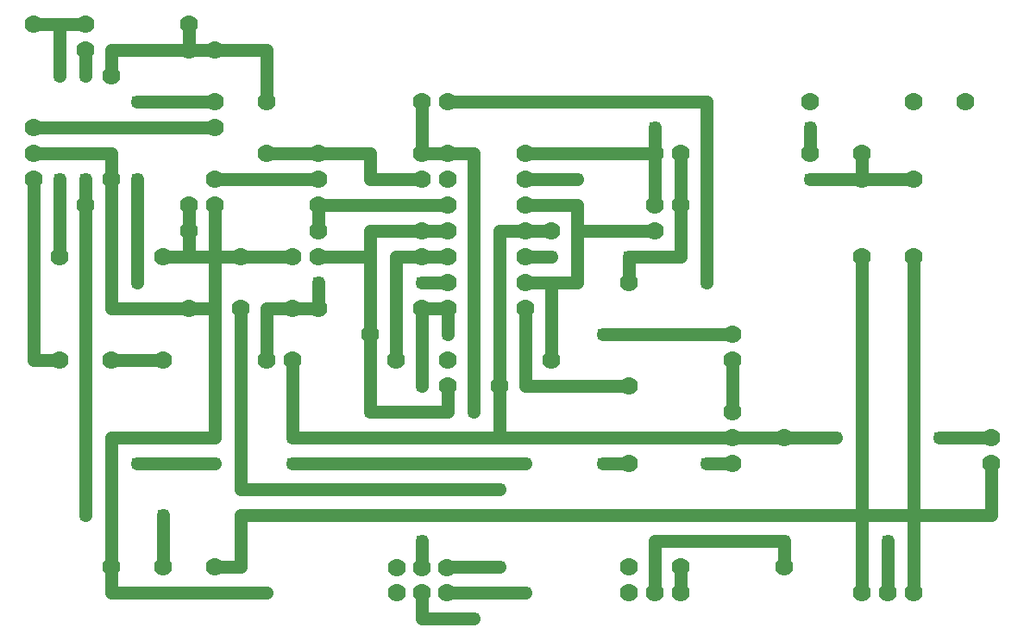
<source format=gbl>
G75*
%MOIN*%
%OFA0B0*%
%FSLAX25Y25*%
%IPPOS*%
%LPD*%
%AMOC8*
5,1,8,0,0,1.08239X$1,22.5*
%
%ADD10C,0.07000*%
%ADD11C,0.05000*%
%ADD12R,0.03962X0.03962*%
D10*
X0102595Y0088933D03*
X0122595Y0088933D03*
X0142595Y0088933D03*
X0212910Y0088618D03*
X0222595Y0088618D03*
X0222595Y0078933D03*
X0212910Y0078933D03*
X0232280Y0078933D03*
X0232280Y0088618D03*
X0302595Y0088933D03*
X0302595Y0078933D03*
X0312595Y0078933D03*
X0322595Y0078933D03*
X0322595Y0088933D03*
X0362595Y0088933D03*
X0392595Y0078933D03*
X0402595Y0078933D03*
X0412595Y0078933D03*
X0442595Y0128933D03*
X0442595Y0138933D03*
X0362595Y0138933D03*
X0342595Y0138933D03*
X0342595Y0128933D03*
X0342595Y0148933D03*
X0342595Y0168933D03*
X0342595Y0178933D03*
X0302595Y0158933D03*
X0272595Y0168933D03*
X0252595Y0158933D03*
X0232595Y0158933D03*
X0232595Y0168933D03*
X0212595Y0168933D03*
X0202595Y0178933D03*
X0182595Y0188933D03*
X0172595Y0188933D03*
X0152595Y0188933D03*
X0132595Y0188933D03*
X0122595Y0208933D03*
X0132595Y0218933D03*
X0132595Y0228933D03*
X0142595Y0228933D03*
X0142595Y0238933D03*
X0162595Y0248933D03*
X0182595Y0248933D03*
X0182595Y0238933D03*
X0182595Y0228933D03*
X0182595Y0218933D03*
X0182595Y0208933D03*
X0172595Y0208933D03*
X0152595Y0208933D03*
X0102595Y0238933D03*
X0092595Y0228933D03*
X0072595Y0238933D03*
X0072595Y0248933D03*
X0072595Y0258933D03*
X0102595Y0278933D03*
X0092595Y0288933D03*
X0092595Y0298933D03*
X0072595Y0298933D03*
X0132595Y0298933D03*
X0132595Y0288933D03*
X0142595Y0288933D03*
X0142595Y0268933D03*
X0142595Y0258933D03*
X0162595Y0268933D03*
X0222595Y0268933D03*
X0232595Y0268933D03*
X0232595Y0248933D03*
X0222595Y0248933D03*
X0222595Y0238933D03*
X0232595Y0238933D03*
X0232595Y0228933D03*
X0232595Y0218933D03*
X0222595Y0218933D03*
X0222595Y0208933D03*
X0232595Y0208933D03*
X0232595Y0198933D03*
X0232595Y0188933D03*
X0222595Y0188933D03*
X0262595Y0188933D03*
X0262595Y0198933D03*
X0262595Y0208933D03*
X0262595Y0218933D03*
X0272595Y0218933D03*
X0262595Y0228933D03*
X0262595Y0238933D03*
X0262595Y0248933D03*
X0312595Y0248933D03*
X0322595Y0248933D03*
X0322595Y0228933D03*
X0312595Y0228933D03*
X0312595Y0218933D03*
X0302595Y0198933D03*
X0372595Y0248933D03*
X0392595Y0248933D03*
X0392595Y0238933D03*
X0412595Y0238933D03*
X0412595Y0208933D03*
X0392595Y0208933D03*
X0372595Y0268933D03*
X0412595Y0268933D03*
X0432595Y0268933D03*
X0302595Y0128933D03*
X0172595Y0168933D03*
X0162595Y0168933D03*
X0122595Y0168933D03*
X0102595Y0168933D03*
X0082595Y0168933D03*
X0082595Y0208933D03*
D11*
X0102595Y0088933D02*
X0102595Y0078933D01*
X0162595Y0078933D01*
X0152595Y0088933D02*
X0152595Y0108933D01*
X0202595Y0108933D01*
X0442595Y0108933D01*
X0442595Y0128933D01*
X0442595Y0138933D02*
X0422595Y0138933D01*
X0382595Y0138933D02*
X0362595Y0138933D01*
X0342595Y0138933D01*
X0252595Y0138933D01*
X0172595Y0138933D01*
X0172595Y0168933D01*
X0162595Y0168933D02*
X0162595Y0188933D01*
X0182595Y0188933D01*
X0172595Y0188933D01*
X0182595Y0188933D02*
X0182595Y0198933D01*
X0182595Y0208933D02*
X0202595Y0208933D01*
X0202595Y0178933D01*
X0202595Y0148933D01*
X0232595Y0148933D01*
X0232595Y0158933D01*
X0222595Y0158933D02*
X0222595Y0188933D01*
X0232595Y0188933D01*
X0232595Y0178933D01*
X0212595Y0168933D02*
X0212595Y0208933D01*
X0222595Y0208933D01*
X0232595Y0208933D01*
X0232595Y0198933D02*
X0222595Y0198933D01*
X0202595Y0208933D02*
X0202595Y0218933D01*
X0222595Y0218933D01*
X0232595Y0218933D01*
X0232595Y0228933D02*
X0182595Y0228933D01*
X0182595Y0218933D01*
X0172595Y0208933D02*
X0152595Y0208933D01*
X0132595Y0208933D01*
X0132595Y0218933D01*
X0132595Y0228933D01*
X0142595Y0228933D02*
X0142595Y0188933D01*
X0142595Y0138933D01*
X0102595Y0138933D01*
X0102595Y0088933D01*
X0122595Y0088933D02*
X0122595Y0108933D01*
X0112595Y0128933D02*
X0142595Y0128933D01*
X0152595Y0118933D02*
X0252595Y0118933D01*
X0262595Y0128933D02*
X0172595Y0128933D01*
X0152595Y0118933D02*
X0152595Y0188933D01*
X0142595Y0188933D02*
X0132595Y0188933D01*
X0102595Y0188933D01*
X0102595Y0238933D01*
X0102595Y0248933D01*
X0072595Y0248933D01*
X0072595Y0238933D02*
X0072595Y0168933D01*
X0082595Y0168933D01*
X0102595Y0168933D02*
X0122595Y0168933D01*
X0112595Y0198933D02*
X0112595Y0238933D01*
X0092595Y0238933D02*
X0092595Y0228933D01*
X0092595Y0108933D01*
X0142595Y0088933D02*
X0152595Y0088933D01*
X0222595Y0088933D02*
X0222595Y0098933D01*
X0232595Y0088933D02*
X0232595Y0088933D01*
X0252595Y0088933D01*
X0262595Y0078933D02*
X0232595Y0078933D01*
X0222595Y0078933D02*
X0222595Y0068933D01*
X0242595Y0068933D01*
X0312595Y0078933D02*
X0312595Y0098933D01*
X0362595Y0098933D01*
X0362595Y0088933D01*
X0392595Y0078933D02*
X0392595Y0208933D01*
X0412595Y0208933D02*
X0412595Y0078933D01*
X0402595Y0078933D02*
X0402595Y0098933D01*
X0342595Y0128933D02*
X0332595Y0128933D01*
X0342595Y0148933D02*
X0342595Y0168933D01*
X0342595Y0178933D02*
X0292595Y0178933D01*
X0272595Y0168933D02*
X0272595Y0198933D01*
X0282595Y0198933D01*
X0282595Y0218933D01*
X0312595Y0218933D01*
X0312595Y0228933D02*
X0312595Y0248933D01*
X0312595Y0258933D01*
X0312595Y0248933D02*
X0262595Y0248933D01*
X0262595Y0238933D02*
X0282595Y0238933D01*
X0282595Y0228933D02*
X0282595Y0218933D01*
X0272595Y0218933D02*
X0262595Y0218933D01*
X0252595Y0218933D01*
X0252595Y0138933D01*
X0242595Y0148933D02*
X0242595Y0248933D01*
X0222595Y0248933D01*
X0222595Y0268933D01*
X0232595Y0268933D02*
X0332595Y0268933D01*
X0332595Y0198933D01*
X0322595Y0208933D02*
X0302595Y0208933D01*
X0302595Y0198933D01*
X0322595Y0208933D02*
X0322595Y0228933D01*
X0322595Y0248933D01*
X0282595Y0228933D02*
X0262595Y0228933D01*
X0262595Y0208933D02*
X0272595Y0208933D01*
X0272595Y0198933D02*
X0262595Y0198933D01*
X0262595Y0188933D02*
X0262595Y0158933D01*
X0292595Y0158933D01*
X0302595Y0158933D01*
X0302595Y0128933D02*
X0292595Y0128933D01*
X0322595Y0088933D02*
X0322595Y0078933D01*
X0132595Y0208933D02*
X0122595Y0208933D01*
X0142595Y0238933D02*
X0182595Y0238933D01*
X0182595Y0248933D02*
X0162595Y0248933D01*
X0182595Y0248933D02*
X0202595Y0248933D01*
X0202595Y0238933D01*
X0222595Y0238933D01*
X0222595Y0248933D02*
X0232595Y0248933D01*
X0162595Y0268933D02*
X0162595Y0288933D01*
X0132595Y0288933D01*
X0132595Y0298933D01*
X0132595Y0288933D02*
X0102595Y0288933D01*
X0102595Y0278933D01*
X0092595Y0278933D02*
X0092595Y0288933D01*
X0092595Y0298933D02*
X0082595Y0298933D01*
X0082595Y0278933D01*
X0072595Y0298933D02*
X0092595Y0298933D01*
X0132595Y0288933D02*
X0142595Y0288933D01*
X0142595Y0268933D02*
X0112595Y0268933D01*
X0142595Y0258933D02*
X0072595Y0258933D01*
X0082595Y0238933D02*
X0082595Y0208933D01*
X0372595Y0238933D02*
X0392595Y0238933D01*
X0392595Y0248933D01*
X0392595Y0238933D02*
X0412595Y0238933D01*
X0372595Y0248933D02*
X0372595Y0258933D01*
D12*
X0372595Y0258933D03*
X0372595Y0238933D03*
X0332595Y0198933D03*
X0302595Y0208933D03*
X0272595Y0208933D03*
X0282595Y0238933D03*
X0312595Y0258933D03*
X0222595Y0198933D03*
X0232595Y0178933D03*
X0222595Y0158933D03*
X0202595Y0148933D03*
X0172595Y0138933D03*
X0172595Y0128933D03*
X0202595Y0108933D03*
X0222595Y0098933D03*
X0252595Y0088933D03*
X0262595Y0078933D03*
X0242595Y0068933D03*
X0252595Y0118933D03*
X0262595Y0128933D03*
X0242595Y0148933D03*
X0292595Y0158933D03*
X0292595Y0178933D03*
X0292595Y0128933D03*
X0332595Y0128933D03*
X0362595Y0098933D03*
X0402595Y0098933D03*
X0382595Y0138933D03*
X0422595Y0138933D03*
X0182595Y0198933D03*
X0142595Y0188933D03*
X0112595Y0198933D03*
X0142595Y0228933D03*
X0112595Y0238933D03*
X0102595Y0238933D03*
X0102595Y0238933D03*
X0092595Y0238933D03*
X0082595Y0238933D03*
X0112595Y0268933D03*
X0092595Y0278933D03*
X0082595Y0278933D03*
X0142595Y0138933D03*
X0142595Y0128933D03*
X0122595Y0108933D03*
X0112595Y0128933D03*
X0092595Y0108933D03*
M02*

</source>
